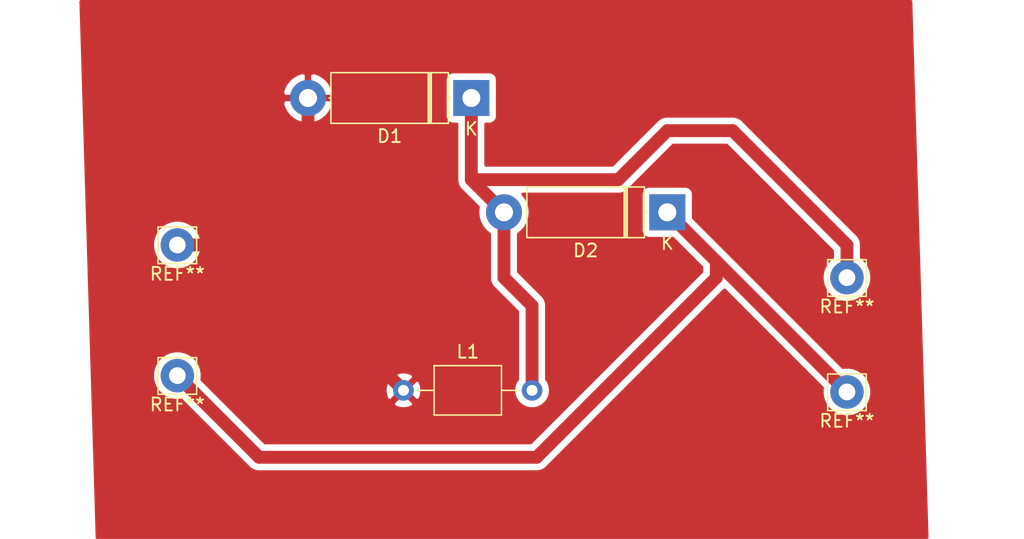
<source format=kicad_pcb>
(kicad_pcb (version 20171130) (host pcbnew "(5.1.4)-1")

  (general
    (thickness 1.6)
    (drawings 0)
    (tracks 21)
    (zones 0)
    (modules 7)
    (nets 4)
  )

  (page A4)
  (layers
    (0 F.Cu signal)
    (31 B.Cu signal hide)
    (32 B.Adhes user)
    (33 F.Adhes user hide)
    (34 B.Paste user)
    (35 F.Paste user)
    (36 B.SilkS user)
    (37 F.SilkS user)
    (38 B.Mask user)
    (39 F.Mask user)
    (40 Dwgs.User user)
    (41 Cmts.User user)
    (42 Eco1.User user)
    (43 Eco2.User user)
    (44 Edge.Cuts user)
    (45 Margin user)
    (46 B.CrtYd user)
    (47 F.CrtYd user)
    (48 B.Fab user)
    (49 F.Fab user)
  )

  (setup
    (last_trace_width 1)
    (user_trace_width 1)
    (trace_clearance 0.2)
    (zone_clearance 0.508)
    (zone_45_only no)
    (trace_min 0.2)
    (via_size 0.8)
    (via_drill 0.4)
    (via_min_size 0.4)
    (via_min_drill 0.3)
    (uvia_size 0.3)
    (uvia_drill 0.1)
    (uvias_allowed no)
    (uvia_min_size 0.2)
    (uvia_min_drill 0.1)
    (edge_width 0.05)
    (segment_width 0.2)
    (pcb_text_width 0.3)
    (pcb_text_size 1.5 1.5)
    (mod_edge_width 0.12)
    (mod_text_size 1 1)
    (mod_text_width 0.15)
    (pad_size 1.524 1.524)
    (pad_drill 0.762)
    (pad_to_mask_clearance 0.051)
    (solder_mask_min_width 0.25)
    (aux_axis_origin 0 0)
    (visible_elements FFFFFF7F)
    (pcbplotparams
      (layerselection 0x010fc_ffffffff)
      (usegerberextensions false)
      (usegerberattributes false)
      (usegerberadvancedattributes false)
      (creategerberjobfile false)
      (excludeedgelayer true)
      (linewidth 0.100000)
      (plotframeref false)
      (viasonmask false)
      (mode 1)
      (useauxorigin false)
      (hpglpennumber 1)
      (hpglpenspeed 20)
      (hpglpendiameter 15.000000)
      (psnegative false)
      (psa4output false)
      (plotreference true)
      (plotvalue true)
      (plotinvisibletext false)
      (padsonsilk false)
      (subtractmaskfromsilk false)
      (outputformat 1)
      (mirror false)
      (drillshape 1)
      (scaleselection 1)
      (outputdirectory ""))
  )

  (net 0 "")
  (net 1 GNDREF)
  (net 2 "Net-(D1-Pad1)")
  (net 3 "Net-(D2-Pad1)")

  (net_class Default "Esta es la clase de red por defecto."
    (clearance 0.2)
    (trace_width 0.25)
    (via_dia 0.8)
    (via_drill 0.4)
    (uvia_dia 0.3)
    (uvia_drill 0.1)
    (add_net GNDREF)
    (add_net "Net-(D1-Pad1)")
    (add_net "Net-(D2-Pad1)")
  )

  (module Connector_Pin:Pin_D1.3mm_L11.3mm_W2.8mm_Flat (layer F.Cu) (tedit 5A1DC085) (tstamp 5D83601F)
    (at 110.49 88.9)
    (descr "solder Pin_ with flat with hole, hole diameter 1.3mm, length 11.3mm, width 2.8mm")
    (tags "solder Pin_ with flat fork")
    (fp_text reference REF** (at 0 2.25) (layer F.SilkS)
      (effects (font (size 1 1) (thickness 0.15)))
    )
    (fp_text value Pin_D1.3mm_L11.3mm_W2.8mm_Flat (at 0 -2.05) (layer F.Fab)
      (effects (font (size 1 1) (thickness 0.15)))
    )
    (fp_line (start 1.9 1.8) (end -1.9 1.8) (layer F.CrtYd) (width 0.05))
    (fp_line (start 1.9 1.8) (end 1.9 -1.8) (layer F.CrtYd) (width 0.05))
    (fp_line (start -1.9 -1.8) (end -1.9 1.8) (layer F.CrtYd) (width 0.05))
    (fp_line (start -1.9 -1.8) (end 1.9 -1.8) (layer F.CrtYd) (width 0.05))
    (fp_line (start -1.4 0.25) (end -1.4 -0.25) (layer F.Fab) (width 0.12))
    (fp_line (start 1.4 -0.25) (end 1.4 0.25) (layer F.Fab) (width 0.12))
    (fp_line (start -1.5 1.45) (end 1.5 1.45) (layer F.SilkS) (width 0.12))
    (fp_line (start -1.5 -1.4) (end -1.5 1.45) (layer F.SilkS) (width 0.12))
    (fp_line (start 1.5 -1.4) (end 1.5 1.45) (layer F.SilkS) (width 0.12))
    (fp_line (start -1.5 -1.4) (end 1.5 -1.4) (layer F.SilkS) (width 0.12))
    (fp_line (start -1.4 -0.25) (end 1.4 -0.25) (layer F.Fab) (width 0.12))
    (fp_line (start 1.4 0.25) (end -1.4 0.25) (layer F.Fab) (width 0.12))
    (fp_text user %R (at 0 2.25) (layer F.Fab)
      (effects (font (size 1 1) (thickness 0.15)))
    )
    (pad 1 thru_hole circle (at 0 0) (size 2.6 2.6) (drill 1.3) (layers *.Cu *.Mask))
    (model ${KISYS3DMOD}/Connector_Pin.3dshapes/Pin_D1.3mm_L11.3mm_W2.8mm_Flat.wrl
      (at (xyz 0 0 0))
      (scale (xyz 1 1 1))
      (rotate (xyz 0 0 0))
    )
  )

  (module Connector_Pin:Pin_D1.3mm_L11.3mm_W2.8mm_Flat (layer F.Cu) (tedit 5A1DC085) (tstamp 5D835FA7)
    (at 110.49 78.74)
    (descr "solder Pin_ with flat with hole, hole diameter 1.3mm, length 11.3mm, width 2.8mm")
    (tags "solder Pin_ with flat fork")
    (fp_text reference REF** (at 0 2.25) (layer F.SilkS)
      (effects (font (size 1 1) (thickness 0.15)))
    )
    (fp_text value Pin_D1.3mm_L11.3mm_W2.8mm_Flat (at 0 -2.05) (layer F.Fab)
      (effects (font (size 1 1) (thickness 0.15)))
    )
    (fp_line (start 1.9 1.8) (end -1.9 1.8) (layer F.CrtYd) (width 0.05))
    (fp_line (start 1.9 1.8) (end 1.9 -1.8) (layer F.CrtYd) (width 0.05))
    (fp_line (start -1.9 -1.8) (end -1.9 1.8) (layer F.CrtYd) (width 0.05))
    (fp_line (start -1.9 -1.8) (end 1.9 -1.8) (layer F.CrtYd) (width 0.05))
    (fp_line (start -1.4 0.25) (end -1.4 -0.25) (layer F.Fab) (width 0.12))
    (fp_line (start 1.4 -0.25) (end 1.4 0.25) (layer F.Fab) (width 0.12))
    (fp_line (start -1.5 1.45) (end 1.5 1.45) (layer F.SilkS) (width 0.12))
    (fp_line (start -1.5 -1.4) (end -1.5 1.45) (layer F.SilkS) (width 0.12))
    (fp_line (start 1.5 -1.4) (end 1.5 1.45) (layer F.SilkS) (width 0.12))
    (fp_line (start -1.5 -1.4) (end 1.5 -1.4) (layer F.SilkS) (width 0.12))
    (fp_line (start -1.4 -0.25) (end 1.4 -0.25) (layer F.Fab) (width 0.12))
    (fp_line (start 1.4 0.25) (end -1.4 0.25) (layer F.Fab) (width 0.12))
    (fp_text user %R (at 0 2.25) (layer F.Fab)
      (effects (font (size 1 1) (thickness 0.15)))
    )
    (pad 1 thru_hole circle (at 0 0) (size 2.6 2.6) (drill 1.3) (layers *.Cu *.Mask))
    (model ${KISYS3DMOD}/Connector_Pin.3dshapes/Pin_D1.3mm_L11.3mm_W2.8mm_Flat.wrl
      (at (xyz 0 0 0))
      (scale (xyz 1 1 1))
      (rotate (xyz 0 0 0))
    )
  )

  (module Connector_Pin:Pin_D1.3mm_L11.3mm_W2.8mm_Flat (layer F.Cu) (tedit 5A1DC085) (tstamp 5D835F62)
    (at 162.56 90.17)
    (descr "solder Pin_ with flat with hole, hole diameter 1.3mm, length 11.3mm, width 2.8mm")
    (tags "solder Pin_ with flat fork")
    (fp_text reference REF** (at 0 2.25) (layer F.SilkS)
      (effects (font (size 1 1) (thickness 0.15)))
    )
    (fp_text value Pin_D1.3mm_L11.3mm_W2.8mm_Flat (at 0 -2.05) (layer F.Fab)
      (effects (font (size 1 1) (thickness 0.15)))
    )
    (fp_line (start 1.9 1.8) (end -1.9 1.8) (layer F.CrtYd) (width 0.05))
    (fp_line (start 1.9 1.8) (end 1.9 -1.8) (layer F.CrtYd) (width 0.05))
    (fp_line (start -1.9 -1.8) (end -1.9 1.8) (layer F.CrtYd) (width 0.05))
    (fp_line (start -1.9 -1.8) (end 1.9 -1.8) (layer F.CrtYd) (width 0.05))
    (fp_line (start -1.4 0.25) (end -1.4 -0.25) (layer F.Fab) (width 0.12))
    (fp_line (start 1.4 -0.25) (end 1.4 0.25) (layer F.Fab) (width 0.12))
    (fp_line (start -1.5 1.45) (end 1.5 1.45) (layer F.SilkS) (width 0.12))
    (fp_line (start -1.5 -1.4) (end -1.5 1.45) (layer F.SilkS) (width 0.12))
    (fp_line (start 1.5 -1.4) (end 1.5 1.45) (layer F.SilkS) (width 0.12))
    (fp_line (start -1.5 -1.4) (end 1.5 -1.4) (layer F.SilkS) (width 0.12))
    (fp_line (start -1.4 -0.25) (end 1.4 -0.25) (layer F.Fab) (width 0.12))
    (fp_line (start 1.4 0.25) (end -1.4 0.25) (layer F.Fab) (width 0.12))
    (fp_text user %R (at 0 2.25) (layer F.Fab)
      (effects (font (size 1 1) (thickness 0.15)))
    )
    (pad 1 thru_hole circle (at 0 0) (size 2.6 2.6) (drill 1.3) (layers *.Cu *.Mask))
    (model ${KISYS3DMOD}/Connector_Pin.3dshapes/Pin_D1.3mm_L11.3mm_W2.8mm_Flat.wrl
      (at (xyz 0 0 0))
      (scale (xyz 1 1 1))
      (rotate (xyz 0 0 0))
    )
  )

  (module Connector_Pin:Pin_D1.3mm_L11.3mm_W2.8mm_Flat (layer F.Cu) (tedit 5A1DC085) (tstamp 5D835F1D)
    (at 162.56 81.28)
    (descr "solder Pin_ with flat with hole, hole diameter 1.3mm, length 11.3mm, width 2.8mm")
    (tags "solder Pin_ with flat fork")
    (fp_text reference REF** (at 0 2.25) (layer F.SilkS)
      (effects (font (size 1 1) (thickness 0.15)))
    )
    (fp_text value Pin_D1.3mm_L11.3mm_W2.8mm_Flat (at 0 -2.05) (layer F.Fab)
      (effects (font (size 1 1) (thickness 0.15)))
    )
    (fp_line (start 1.9 1.8) (end -1.9 1.8) (layer F.CrtYd) (width 0.05))
    (fp_line (start 1.9 1.8) (end 1.9 -1.8) (layer F.CrtYd) (width 0.05))
    (fp_line (start -1.9 -1.8) (end -1.9 1.8) (layer F.CrtYd) (width 0.05))
    (fp_line (start -1.9 -1.8) (end 1.9 -1.8) (layer F.CrtYd) (width 0.05))
    (fp_line (start -1.4 0.25) (end -1.4 -0.25) (layer F.Fab) (width 0.12))
    (fp_line (start 1.4 -0.25) (end 1.4 0.25) (layer F.Fab) (width 0.12))
    (fp_line (start -1.5 1.45) (end 1.5 1.45) (layer F.SilkS) (width 0.12))
    (fp_line (start -1.5 -1.4) (end -1.5 1.45) (layer F.SilkS) (width 0.12))
    (fp_line (start 1.5 -1.4) (end 1.5 1.45) (layer F.SilkS) (width 0.12))
    (fp_line (start -1.5 -1.4) (end 1.5 -1.4) (layer F.SilkS) (width 0.12))
    (fp_line (start -1.4 -0.25) (end 1.4 -0.25) (layer F.Fab) (width 0.12))
    (fp_line (start 1.4 0.25) (end -1.4 0.25) (layer F.Fab) (width 0.12))
    (fp_text user %R (at 0 2.25) (layer F.Fab)
      (effects (font (size 1 1) (thickness 0.15)))
    )
    (pad 1 thru_hole circle (at 0 0) (size 2.6 2.6) (drill 1.3) (layers *.Cu *.Mask))
    (model ${KISYS3DMOD}/Connector_Pin.3dshapes/Pin_D1.3mm_L11.3mm_W2.8mm_Flat.wrl
      (at (xyz 0 0 0))
      (scale (xyz 1 1 1))
      (rotate (xyz 0 0 0))
    )
  )

  (module Inductor_THT:L_Axial_L5.0mm_D3.6mm_P10.00mm_Horizontal_Murata_BL01RN1A2A2 (layer F.Cu) (tedit 5BC67E52) (tstamp 5D835BF6)
    (at 128.075001 90.045001)
    (descr "Inductor, Murata BL01RN1A2A2, Axial, Horizontal, pin pitch=10.00mm, length*diameter=5*3.6mm, https://www.murata.com/en-global/products/productdetail?partno=BL01RN1A2A2%23")
    (tags "inductor axial horizontal")
    (path /5D850413)
    (fp_text reference L1 (at 5 -3) (layer F.SilkS)
      (effects (font (size 1 1) (thickness 0.15)))
    )
    (fp_text value L (at 5 3) (layer F.Fab)
      (effects (font (size 1 1) (thickness 0.15)))
    )
    (fp_text user %R (at 5 0) (layer F.Fab)
      (effects (font (size 1 1) (thickness 0.15)))
    )
    (fp_line (start 11.05 -2.05) (end -1.05 -2.05) (layer F.CrtYd) (width 0.05))
    (fp_line (start 11.05 2.05) (end 11.05 -2.05) (layer F.CrtYd) (width 0.05))
    (fp_line (start -1.05 2.05) (end 11.05 2.05) (layer F.CrtYd) (width 0.05))
    (fp_line (start -1.05 -2.05) (end -1.05 2.05) (layer F.CrtYd) (width 0.05))
    (fp_line (start 9 0) (end 7.62 0) (layer F.SilkS) (width 0.12))
    (fp_line (start 1 0) (end 2.38 0) (layer F.SilkS) (width 0.12))
    (fp_line (start 7.62 -1.92) (end 2.38 -1.92) (layer F.SilkS) (width 0.12))
    (fp_line (start 7.62 1.92) (end 7.62 -1.92) (layer F.SilkS) (width 0.12))
    (fp_line (start 2.38 1.92) (end 7.62 1.92) (layer F.SilkS) (width 0.12))
    (fp_line (start 2.38 -1.92) (end 2.38 1.92) (layer F.SilkS) (width 0.12))
    (fp_line (start 10 0) (end 7.5 0) (layer F.Fab) (width 0.1))
    (fp_line (start 0 0) (end 2.5 0) (layer F.Fab) (width 0.1))
    (fp_line (start 7.5 -1.8) (end 2.5 -1.8) (layer F.Fab) (width 0.1))
    (fp_line (start 7.5 1.8) (end 7.5 -1.8) (layer F.Fab) (width 0.1))
    (fp_line (start 2.5 1.8) (end 7.5 1.8) (layer F.Fab) (width 0.1))
    (fp_line (start 2.5 -1.8) (end 2.5 1.8) (layer F.Fab) (width 0.1))
    (pad 2 thru_hole oval (at 10 0) (size 1.6 1.6) (drill 0.85) (layers *.Cu *.Mask)
      (net 2 "Net-(D1-Pad1)"))
    (pad 1 thru_hole circle (at 0 0) (size 1.6 1.6) (drill 0.85) (layers *.Cu *.Mask)
      (net 1 GNDREF))
    (model ${KISYS3DMOD}/Inductor_THT.3dshapes/L_Axial_L5.0mm_D3.6mm_P10.00mm_Horizontal_Murata_BL01RN1A2A2.wrl
      (at (xyz 0 0 0))
      (scale (xyz 1 1 1))
      (rotate (xyz 0 0 0))
    )
  )

  (module Diode_THT:D_5W_P12.70mm_Horizontal (layer F.Cu) (tedit 5AE50CD5) (tstamp 5D835BDF)
    (at 148.59 76.2 180)
    (descr "Diode, 5W series, Axial, Horizontal, pin pitch=12.7mm, , length*diameter=8.9*3.7mm^2, , http://www.diodes.com/_files/packages/8686949.gif")
    (tags "Diode 5W series Axial Horizontal pin pitch 12.7mm  length 8.9mm diameter 3.7mm")
    (path /5D850D3C)
    (fp_text reference D2 (at 6.35 -2.97) (layer F.SilkS)
      (effects (font (size 1 1) (thickness 0.15)))
    )
    (fp_text value D (at 6.35 2.97) (layer F.Fab)
      (effects (font (size 1 1) (thickness 0.15)))
    )
    (fp_text user K (at 0 -2.4) (layer F.SilkS)
      (effects (font (size 1 1) (thickness 0.15)))
    )
    (fp_text user K (at 0 -2.4) (layer F.Fab)
      (effects (font (size 1 1) (thickness 0.15)))
    )
    (fp_text user %R (at 7.0175 0) (layer F.Fab)
      (effects (font (size 1 1) (thickness 0.15)))
    )
    (fp_line (start 14.35 -2.1) (end -1.65 -2.1) (layer F.CrtYd) (width 0.05))
    (fp_line (start 14.35 2.1) (end 14.35 -2.1) (layer F.CrtYd) (width 0.05))
    (fp_line (start -1.65 2.1) (end 14.35 2.1) (layer F.CrtYd) (width 0.05))
    (fp_line (start -1.65 -2.1) (end -1.65 2.1) (layer F.CrtYd) (width 0.05))
    (fp_line (start 3.115 -1.97) (end 3.115 1.97) (layer F.SilkS) (width 0.12))
    (fp_line (start 3.355 -1.97) (end 3.355 1.97) (layer F.SilkS) (width 0.12))
    (fp_line (start 3.235 -1.97) (end 3.235 1.97) (layer F.SilkS) (width 0.12))
    (fp_line (start 11.06 0) (end 10.92 0) (layer F.SilkS) (width 0.12))
    (fp_line (start 1.64 0) (end 1.78 0) (layer F.SilkS) (width 0.12))
    (fp_line (start 10.92 -1.97) (end 1.78 -1.97) (layer F.SilkS) (width 0.12))
    (fp_line (start 10.92 1.97) (end 10.92 -1.97) (layer F.SilkS) (width 0.12))
    (fp_line (start 1.78 1.97) (end 10.92 1.97) (layer F.SilkS) (width 0.12))
    (fp_line (start 1.78 -1.97) (end 1.78 1.97) (layer F.SilkS) (width 0.12))
    (fp_line (start 3.135 -1.85) (end 3.135 1.85) (layer F.Fab) (width 0.1))
    (fp_line (start 3.335 -1.85) (end 3.335 1.85) (layer F.Fab) (width 0.1))
    (fp_line (start 3.235 -1.85) (end 3.235 1.85) (layer F.Fab) (width 0.1))
    (fp_line (start 12.7 0) (end 10.8 0) (layer F.Fab) (width 0.1))
    (fp_line (start 0 0) (end 1.9 0) (layer F.Fab) (width 0.1))
    (fp_line (start 10.8 -1.85) (end 1.9 -1.85) (layer F.Fab) (width 0.1))
    (fp_line (start 10.8 1.85) (end 10.8 -1.85) (layer F.Fab) (width 0.1))
    (fp_line (start 1.9 1.85) (end 10.8 1.85) (layer F.Fab) (width 0.1))
    (fp_line (start 1.9 -1.85) (end 1.9 1.85) (layer F.Fab) (width 0.1))
    (pad 2 thru_hole oval (at 12.7 0 180) (size 2.8 2.8) (drill 1.4) (layers *.Cu *.Mask)
      (net 2 "Net-(D1-Pad1)"))
    (pad 1 thru_hole rect (at 0 0 180) (size 2.8 2.8) (drill 1.4) (layers *.Cu *.Mask)
      (net 3 "Net-(D2-Pad1)"))
    (model ${KISYS3DMOD}/Diode_THT.3dshapes/D_5W_P12.70mm_Horizontal.wrl
      (at (xyz 0 0 0))
      (scale (xyz 1 1 1))
      (rotate (xyz 0 0 0))
    )
  )

  (module Diode_THT:D_5W_P12.70mm_Horizontal (layer F.Cu) (tedit 5AE50CD5) (tstamp 5D835BC0)
    (at 133.35 67.31 180)
    (descr "Diode, 5W series, Axial, Horizontal, pin pitch=12.7mm, , length*diameter=8.9*3.7mm^2, , http://www.diodes.com/_files/packages/8686949.gif")
    (tags "Diode 5W series Axial Horizontal pin pitch 12.7mm  length 8.9mm diameter 3.7mm")
    (path /5D851017)
    (fp_text reference D1 (at 6.35 -2.97) (layer F.SilkS)
      (effects (font (size 1 1) (thickness 0.15)))
    )
    (fp_text value D (at 6.35 2.97) (layer F.Fab)
      (effects (font (size 1 1) (thickness 0.15)))
    )
    (fp_text user K (at 0 -2.4) (layer F.SilkS)
      (effects (font (size 1 1) (thickness 0.15)))
    )
    (fp_text user K (at 0 -2.4) (layer F.Fab)
      (effects (font (size 1 1) (thickness 0.15)))
    )
    (fp_text user %R (at 7.0175 0) (layer F.Fab)
      (effects (font (size 1 1) (thickness 0.15)))
    )
    (fp_line (start 14.35 -2.1) (end -1.65 -2.1) (layer F.CrtYd) (width 0.05))
    (fp_line (start 14.35 2.1) (end 14.35 -2.1) (layer F.CrtYd) (width 0.05))
    (fp_line (start -1.65 2.1) (end 14.35 2.1) (layer F.CrtYd) (width 0.05))
    (fp_line (start -1.65 -2.1) (end -1.65 2.1) (layer F.CrtYd) (width 0.05))
    (fp_line (start 3.115 -1.97) (end 3.115 1.97) (layer F.SilkS) (width 0.12))
    (fp_line (start 3.355 -1.97) (end 3.355 1.97) (layer F.SilkS) (width 0.12))
    (fp_line (start 3.235 -1.97) (end 3.235 1.97) (layer F.SilkS) (width 0.12))
    (fp_line (start 11.06 0) (end 10.92 0) (layer F.SilkS) (width 0.12))
    (fp_line (start 1.64 0) (end 1.78 0) (layer F.SilkS) (width 0.12))
    (fp_line (start 10.92 -1.97) (end 1.78 -1.97) (layer F.SilkS) (width 0.12))
    (fp_line (start 10.92 1.97) (end 10.92 -1.97) (layer F.SilkS) (width 0.12))
    (fp_line (start 1.78 1.97) (end 10.92 1.97) (layer F.SilkS) (width 0.12))
    (fp_line (start 1.78 -1.97) (end 1.78 1.97) (layer F.SilkS) (width 0.12))
    (fp_line (start 3.135 -1.85) (end 3.135 1.85) (layer F.Fab) (width 0.1))
    (fp_line (start 3.335 -1.85) (end 3.335 1.85) (layer F.Fab) (width 0.1))
    (fp_line (start 3.235 -1.85) (end 3.235 1.85) (layer F.Fab) (width 0.1))
    (fp_line (start 12.7 0) (end 10.8 0) (layer F.Fab) (width 0.1))
    (fp_line (start 0 0) (end 1.9 0) (layer F.Fab) (width 0.1))
    (fp_line (start 10.8 -1.85) (end 1.9 -1.85) (layer F.Fab) (width 0.1))
    (fp_line (start 10.8 1.85) (end 10.8 -1.85) (layer F.Fab) (width 0.1))
    (fp_line (start 1.9 1.85) (end 10.8 1.85) (layer F.Fab) (width 0.1))
    (fp_line (start 1.9 -1.85) (end 1.9 1.85) (layer F.Fab) (width 0.1))
    (pad 2 thru_hole oval (at 12.7 0 180) (size 2.8 2.8) (drill 1.4) (layers *.Cu *.Mask)
      (net 1 GNDREF))
    (pad 1 thru_hole rect (at 0 0 180) (size 2.8 2.8) (drill 1.4) (layers *.Cu *.Mask)
      (net 2 "Net-(D1-Pad1)"))
    (model ${KISYS3DMOD}/Diode_THT.3dshapes/D_5W_P12.70mm_Horizontal.wrl
      (at (xyz 0 0 0))
      (scale (xyz 1 1 1))
      (rotate (xyz 0 0 0))
    )
  )

  (segment (start 120.65 82.62) (end 128.075001 90.045001) (width 1) (layer F.Cu) (net 1))
  (segment (start 119.38 78.74) (end 120.65 80.01) (width 1) (layer F.Cu) (net 1))
  (segment (start 110.49 78.74) (end 119.38 78.74) (width 1) (layer F.Cu) (net 1))
  (segment (start 120.65 67.31) (end 120.65 80.01) (width 1) (layer F.Cu) (net 1))
  (segment (start 120.65 80.01) (end 120.65 82.62) (width 1) (layer F.Cu) (net 1))
  (segment (start 133.35 73.66) (end 135.89 76.2) (width 1) (layer F.Cu) (net 2))
  (segment (start 133.35 67.31) (end 133.35 73.66) (width 1) (layer F.Cu) (net 2))
  (segment (start 133.35 73.66) (end 144.78 73.66) (width 1) (layer F.Cu) (net 2))
  (segment (start 144.78 73.66) (end 148.59 69.85) (width 1) (layer F.Cu) (net 2))
  (segment (start 148.59 69.85) (end 153.67 69.85) (width 1) (layer F.Cu) (net 2))
  (segment (start 162.56 78.74) (end 162.56 81.28) (width 1) (layer F.Cu) (net 2))
  (segment (start 153.67 69.85) (end 162.56 78.74) (width 1) (layer F.Cu) (net 2))
  (segment (start 138.075001 90.045001) (end 138.075001 83.465001) (width 1) (layer F.Cu) (net 2))
  (segment (start 135.89 81.28) (end 135.89 76.2) (width 1) (layer F.Cu) (net 2))
  (segment (start 138.075001 83.465001) (end 135.89 81.28) (width 1) (layer F.Cu) (net 2))
  (segment (start 152.4 80.01) (end 152.4 81.28) (width 1) (layer F.Cu) (net 3))
  (segment (start 152.4 80.01) (end 148.59 76.2) (width 1) (layer F.Cu) (net 3))
  (segment (start 162.56 90.17) (end 152.4 80.01) (width 1) (layer F.Cu) (net 3))
  (segment (start 152.4 81.28) (end 138.43 95.25) (width 1) (layer F.Cu) (net 3))
  (segment (start 116.84 95.25) (end 110.49 88.9) (width 1) (layer F.Cu) (net 3))
  (segment (start 138.43 95.25) (end 116.84 95.25) (width 1) (layer F.Cu) (net 3))

  (zone (net 1) (net_name GNDREF) (layer F.Cu) (tstamp 0) (hatch edge 0.508)
    (connect_pads (clearance 0.508))
    (min_thickness 0.254)
    (fill yes (arc_segments 32) (thermal_gap 0.508) (thermal_bridge_width 0.508))
    (polygon
      (pts
        (xy 102.87 59.69) (xy 167.64 59.69) (xy 168.91 101.6) (xy 104.14 101.6)
      )
    )
    (filled_polygon
      (pts
        (xy 168.779093 101.473) (xy 104.26321 101.473) (xy 103.876435 88.709419) (xy 108.555 88.709419) (xy 108.555 89.090581)
        (xy 108.629361 89.464419) (xy 108.775225 89.816566) (xy 108.986987 90.133491) (xy 109.256509 90.403013) (xy 109.573434 90.614775)
        (xy 109.925581 90.760639) (xy 110.299419 90.835) (xy 110.680581 90.835) (xy 110.796759 90.811891) (xy 115.998009 96.013141)
        (xy 116.033551 96.056449) (xy 116.206377 96.198284) (xy 116.403553 96.303676) (xy 116.567705 96.353471) (xy 116.6175 96.368577)
        (xy 116.839999 96.390491) (xy 116.895751 96.385) (xy 138.374249 96.385) (xy 138.43 96.390491) (xy 138.485751 96.385)
        (xy 138.485752 96.385) (xy 138.652499 96.368577) (xy 138.866447 96.303676) (xy 139.063623 96.198284) (xy 139.236449 96.056449)
        (xy 139.271996 96.013135) (xy 153.035 82.250132) (xy 160.648109 89.863241) (xy 160.625 89.979419) (xy 160.625 90.360581)
        (xy 160.699361 90.734419) (xy 160.845225 91.086566) (xy 161.056987 91.403491) (xy 161.326509 91.673013) (xy 161.643434 91.884775)
        (xy 161.995581 92.030639) (xy 162.369419 92.105) (xy 162.750581 92.105) (xy 163.124419 92.030639) (xy 163.476566 91.884775)
        (xy 163.793491 91.673013) (xy 164.063013 91.403491) (xy 164.274775 91.086566) (xy 164.420639 90.734419) (xy 164.495 90.360581)
        (xy 164.495 89.979419) (xy 164.420639 89.605581) (xy 164.274775 89.253434) (xy 164.063013 88.936509) (xy 163.793491 88.666987)
        (xy 163.476566 88.455225) (xy 163.124419 88.309361) (xy 162.750581 88.235) (xy 162.369419 88.235) (xy 162.253241 88.258109)
        (xy 153.241998 79.246867) (xy 153.241989 79.246856) (xy 153.241987 79.246854) (xy 153.206449 79.203551) (xy 153.163145 79.168012)
        (xy 150.628072 76.63294) (xy 150.628072 74.8) (xy 150.615812 74.675518) (xy 150.579502 74.55582) (xy 150.520537 74.445506)
        (xy 150.441185 74.348815) (xy 150.344494 74.269463) (xy 150.23418 74.210498) (xy 150.114482 74.174188) (xy 149.99 74.161928)
        (xy 147.19 74.161928) (xy 147.065518 74.174188) (xy 146.94582 74.210498) (xy 146.835506 74.269463) (xy 146.738815 74.348815)
        (xy 146.659463 74.445506) (xy 146.600498 74.55582) (xy 146.564188 74.675518) (xy 146.551928 74.8) (xy 146.551928 77.6)
        (xy 146.564188 77.724482) (xy 146.600498 77.84418) (xy 146.659463 77.954494) (xy 146.738815 78.051185) (xy 146.835506 78.130537)
        (xy 146.94582 78.189502) (xy 147.065518 78.225812) (xy 147.19 78.238072) (xy 149.02294 78.238072) (xy 151.265 80.480133)
        (xy 151.265 80.809868) (xy 137.959869 94.115) (xy 117.310132 94.115) (xy 114.232835 91.037703) (xy 127.261904 91.037703)
        (xy 127.333487 91.281672) (xy 127.588997 91.402572) (xy 127.863185 91.471301) (xy 128.145513 91.485218) (xy 128.425131 91.443788)
        (xy 128.691293 91.348604) (xy 128.816515 91.281672) (xy 128.888098 91.037703) (xy 128.075001 90.224606) (xy 127.261904 91.037703)
        (xy 114.232835 91.037703) (xy 113.310645 90.115513) (xy 126.634784 90.115513) (xy 126.676214 90.395131) (xy 126.771398 90.661293)
        (xy 126.83833 90.786515) (xy 127.082299 90.858098) (xy 127.895396 90.045001) (xy 128.254606 90.045001) (xy 129.067703 90.858098)
        (xy 129.311672 90.786515) (xy 129.432572 90.531005) (xy 129.501301 90.256817) (xy 129.515218 89.974489) (xy 129.473788 89.694871)
        (xy 129.378604 89.428709) (xy 129.311672 89.303487) (xy 129.067703 89.231904) (xy 128.254606 90.045001) (xy 127.895396 90.045001)
        (xy 127.082299 89.231904) (xy 126.83833 89.303487) (xy 126.71743 89.558997) (xy 126.648701 89.833185) (xy 126.634784 90.115513)
        (xy 113.310645 90.115513) (xy 112.401891 89.206759) (xy 112.425 89.090581) (xy 112.425 89.052299) (xy 127.261904 89.052299)
        (xy 128.075001 89.865396) (xy 128.888098 89.052299) (xy 128.816515 88.80833) (xy 128.561005 88.68743) (xy 128.286817 88.618701)
        (xy 128.004489 88.604784) (xy 127.724871 88.646214) (xy 127.458709 88.741398) (xy 127.333487 88.80833) (xy 127.261904 89.052299)
        (xy 112.425 89.052299) (xy 112.425 88.709419) (xy 112.350639 88.335581) (xy 112.204775 87.983434) (xy 111.993013 87.666509)
        (xy 111.723491 87.396987) (xy 111.406566 87.185225) (xy 111.054419 87.039361) (xy 110.680581 86.965) (xy 110.299419 86.965)
        (xy 109.925581 87.039361) (xy 109.573434 87.185225) (xy 109.256509 87.396987) (xy 108.986987 87.666509) (xy 108.775225 87.983434)
        (xy 108.629361 88.335581) (xy 108.555 88.709419) (xy 103.876435 88.709419) (xy 103.568557 78.549419) (xy 108.555 78.549419)
        (xy 108.555 78.930581) (xy 108.629361 79.304419) (xy 108.775225 79.656566) (xy 108.986987 79.973491) (xy 109.256509 80.243013)
        (xy 109.573434 80.454775) (xy 109.925581 80.600639) (xy 110.299419 80.675) (xy 110.680581 80.675) (xy 111.054419 80.600639)
        (xy 111.406566 80.454775) (xy 111.723491 80.243013) (xy 111.993013 79.973491) (xy 112.204775 79.656566) (xy 112.350639 79.304419)
        (xy 112.425 78.930581) (xy 112.425 78.549419) (xy 112.350639 78.175581) (xy 112.204775 77.823434) (xy 111.993013 77.506509)
        (xy 111.723491 77.236987) (xy 111.406566 77.025225) (xy 111.054419 76.879361) (xy 110.680581 76.805) (xy 110.299419 76.805)
        (xy 109.925581 76.879361) (xy 109.573434 77.025225) (xy 109.256509 77.236987) (xy 108.986987 77.506509) (xy 108.775225 77.823434)
        (xy 108.629361 78.175581) (xy 108.555 78.549419) (xy 103.568557 78.549419) (xy 103.241398 67.75316) (xy 118.66384 67.75316)
        (xy 118.752358 68.044979) (xy 118.932208 68.401068) (xy 119.178072 68.715228) (xy 119.480501 68.975386) (xy 119.827873 69.171544)
        (xy 120.206839 69.296164) (xy 120.523 69.182287) (xy 120.523 67.437) (xy 120.777 67.437) (xy 120.777 69.182287)
        (xy 121.093161 69.296164) (xy 121.472127 69.171544) (xy 121.819499 68.975386) (xy 122.121928 68.715228) (xy 122.367792 68.401068)
        (xy 122.547642 68.044979) (xy 122.63616 67.75316) (xy 122.521947 67.437) (xy 120.777 67.437) (xy 120.523 67.437)
        (xy 118.778053 67.437) (xy 118.66384 67.75316) (xy 103.241398 67.75316) (xy 103.21454 66.86684) (xy 118.66384 66.86684)
        (xy 118.778053 67.183) (xy 120.523 67.183) (xy 120.523 65.437713) (xy 120.777 65.437713) (xy 120.777 67.183)
        (xy 122.521947 67.183) (xy 122.63616 66.86684) (xy 122.547642 66.575021) (xy 122.367792 66.218932) (xy 122.12602 65.91)
        (xy 131.311928 65.91) (xy 131.311928 68.71) (xy 131.324188 68.834482) (xy 131.360498 68.95418) (xy 131.419463 69.064494)
        (xy 131.498815 69.161185) (xy 131.595506 69.240537) (xy 131.70582 69.299502) (xy 131.825518 69.335812) (xy 131.95 69.348072)
        (xy 132.215 69.348072) (xy 132.215001 73.604238) (xy 132.209509 73.66) (xy 132.231423 73.882499) (xy 132.296324 74.096447)
        (xy 132.401716 74.293623) (xy 132.543551 74.466449) (xy 132.586865 74.501996) (xy 133.884793 75.799924) (xy 133.884445 75.80107)
        (xy 133.845154 76.2) (xy 133.884445 76.59893) (xy 134.000809 76.982529) (xy 134.189773 77.336056) (xy 134.444076 77.645924)
        (xy 134.753944 77.900227) (xy 134.755001 77.900792) (xy 134.755 81.224248) (xy 134.749509 81.28) (xy 134.755 81.335751)
        (xy 134.771423 81.502498) (xy 134.836324 81.716446) (xy 134.941716 81.913623) (xy 135.083551 82.086449) (xy 135.126865 82.121996)
        (xy 136.940002 83.935134) (xy 136.940001 89.165998) (xy 136.876069 89.2439) (xy 136.742819 89.493193) (xy 136.660765 89.763692)
        (xy 136.633058 90.045001) (xy 136.660765 90.32631) (xy 136.742819 90.596809) (xy 136.876069 90.846102) (xy 137.055393 91.064609)
        (xy 137.2739 91.243933) (xy 137.523193 91.377183) (xy 137.793692 91.459237) (xy 138.004509 91.480001) (xy 138.145493 91.480001)
        (xy 138.35631 91.459237) (xy 138.626809 91.377183) (xy 138.876102 91.243933) (xy 139.094609 91.064609) (xy 139.273933 90.846102)
        (xy 139.407183 90.596809) (xy 139.489237 90.32631) (xy 139.516944 90.045001) (xy 139.489237 89.763692) (xy 139.407183 89.493193)
        (xy 139.273933 89.2439) (xy 139.210001 89.165999) (xy 139.210001 83.520752) (xy 139.215492 83.465) (xy 139.193578 83.242502)
        (xy 139.128677 83.028554) (xy 139.110622 82.994775) (xy 139.023285 82.831378) (xy 138.88145 82.658552) (xy 138.838142 82.62301)
        (xy 137.025 80.809869) (xy 137.025 77.900791) (xy 137.026056 77.900227) (xy 137.335924 77.645924) (xy 137.590227 77.336056)
        (xy 137.779191 76.982529) (xy 137.895555 76.59893) (xy 137.934846 76.2) (xy 137.895555 75.80107) (xy 137.779191 75.417471)
        (xy 137.590227 75.063944) (xy 137.36951 74.795) (xy 144.724249 74.795) (xy 144.78 74.800491) (xy 144.835751 74.795)
        (xy 144.835752 74.795) (xy 145.002499 74.778577) (xy 145.216447 74.713676) (xy 145.413623 74.608284) (xy 145.586449 74.466449)
        (xy 145.621996 74.423135) (xy 149.060133 70.985) (xy 153.199869 70.985) (xy 161.425 79.210133) (xy 161.425 79.711177)
        (xy 161.326509 79.776987) (xy 161.056987 80.046509) (xy 160.845225 80.363434) (xy 160.699361 80.715581) (xy 160.625 81.089419)
        (xy 160.625 81.470581) (xy 160.699361 81.844419) (xy 160.845225 82.196566) (xy 161.056987 82.513491) (xy 161.326509 82.783013)
        (xy 161.643434 82.994775) (xy 161.995581 83.140639) (xy 162.369419 83.215) (xy 162.750581 83.215) (xy 163.124419 83.140639)
        (xy 163.476566 82.994775) (xy 163.793491 82.783013) (xy 164.063013 82.513491) (xy 164.274775 82.196566) (xy 164.420639 81.844419)
        (xy 164.495 81.470581) (xy 164.495 81.089419) (xy 164.420639 80.715581) (xy 164.274775 80.363434) (xy 164.063013 80.046509)
        (xy 163.793491 79.776987) (xy 163.695 79.711178) (xy 163.695 78.795752) (xy 163.700491 78.74) (xy 163.678577 78.517501)
        (xy 163.613676 78.303553) (xy 163.508284 78.106377) (xy 163.401989 77.976856) (xy 163.401987 77.976854) (xy 163.366449 77.933551)
        (xy 163.323146 77.898013) (xy 154.511996 69.086865) (xy 154.476449 69.043551) (xy 154.303623 68.901716) (xy 154.106447 68.796324)
        (xy 153.892499 68.731423) (xy 153.725752 68.715) (xy 153.725751 68.715) (xy 153.67 68.709509) (xy 153.614249 68.715)
        (xy 148.645752 68.715) (xy 148.59 68.709509) (xy 148.367501 68.731423) (xy 148.153553 68.796324) (xy 147.956377 68.901716)
        (xy 147.826856 69.008011) (xy 147.826855 69.008012) (xy 147.783551 69.043551) (xy 147.748013 69.086854) (xy 144.309869 72.525)
        (xy 134.485 72.525) (xy 134.485 69.348072) (xy 134.75 69.348072) (xy 134.874482 69.335812) (xy 134.99418 69.299502)
        (xy 135.104494 69.240537) (xy 135.201185 69.161185) (xy 135.280537 69.064494) (xy 135.339502 68.95418) (xy 135.375812 68.834482)
        (xy 135.388072 68.71) (xy 135.388072 65.91) (xy 135.375812 65.785518) (xy 135.339502 65.66582) (xy 135.280537 65.555506)
        (xy 135.201185 65.458815) (xy 135.104494 65.379463) (xy 134.99418 65.320498) (xy 134.874482 65.284188) (xy 134.75 65.271928)
        (xy 131.95 65.271928) (xy 131.825518 65.284188) (xy 131.70582 65.320498) (xy 131.595506 65.379463) (xy 131.498815 65.458815)
        (xy 131.419463 65.555506) (xy 131.360498 65.66582) (xy 131.324188 65.785518) (xy 131.311928 65.91) (xy 122.12602 65.91)
        (xy 122.121928 65.904772) (xy 121.819499 65.644614) (xy 121.472127 65.448456) (xy 121.093161 65.323836) (xy 120.777 65.437713)
        (xy 120.523 65.437713) (xy 120.206839 65.323836) (xy 119.827873 65.448456) (xy 119.480501 65.644614) (xy 119.178072 65.904772)
        (xy 118.932208 66.218932) (xy 118.752358 66.575021) (xy 118.66384 66.86684) (xy 103.21454 66.86684) (xy 103.000907 59.817)
        (xy 167.51679 59.817)
      )
    )
  )
)

</source>
